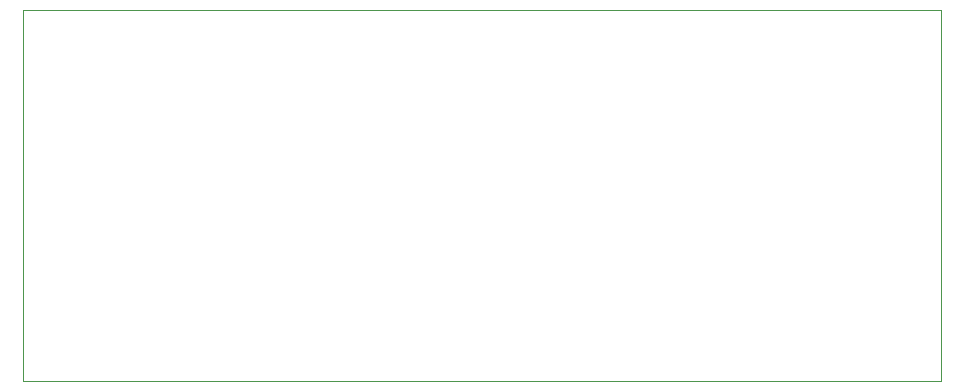
<source format=gbr>
%TF.GenerationSoftware,KiCad,Pcbnew,8.0.5*%
%TF.CreationDate,2025-01-17T14:10:45+05:30*%
%TF.ProjectId,VSD_FM_SHIELD,5653445f-464d-45f5-9348-49454c442e6b,rev?*%
%TF.SameCoordinates,Original*%
%TF.FileFunction,Profile,NP*%
%FSLAX46Y46*%
G04 Gerber Fmt 4.6, Leading zero omitted, Abs format (unit mm)*
G04 Created by KiCad (PCBNEW 8.0.5) date 2025-01-17 14:10:45*
%MOMM*%
%LPD*%
G01*
G04 APERTURE LIST*
%TA.AperFunction,Profile*%
%ADD10C,0.050000*%
%TD*%
G04 APERTURE END LIST*
D10*
X88404764Y-79006764D02*
X166116000Y-79006764D01*
X166116000Y-110490000D01*
X88404764Y-110490000D01*
X88404764Y-79006764D01*
M02*

</source>
